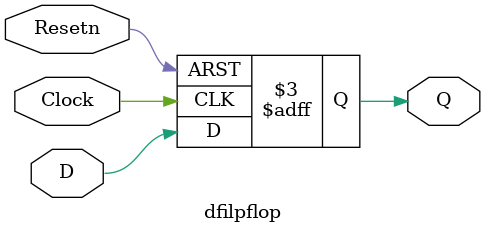
<source format=v>
module dfilpflop(D,Clock,Resetn,Q);
	input D,Clock,Resetn;
	output reg Q;
	always @(posedge Clock or negedge Resetn) begin
    	  if (!Resetn) begin
        	Q <= 1'b0;
    	  end else begin
        	Q <= D;
    	end
       end
endmodule 
</source>
